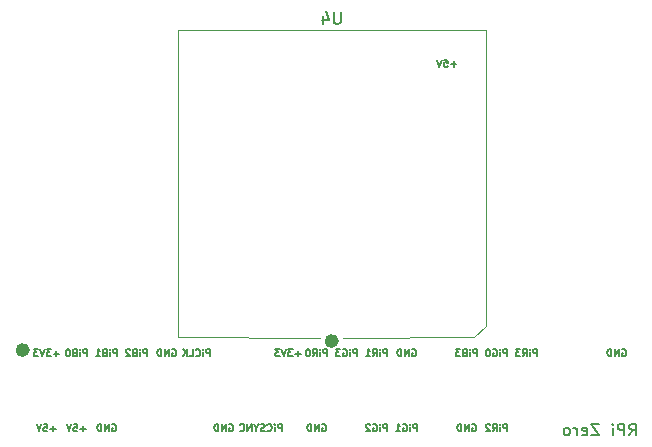
<source format=gbr>
G04 #@! TF.GenerationSoftware,KiCad,Pcbnew,(5.1.9)-1*
G04 #@! TF.CreationDate,2021-04-09T16:02:10+01:00*
G04 #@! TF.ProjectId,RGBtoHDMI Amiga Denise ECS PLCC,52474274-6f48-4444-9d49-20416d696761,1*
G04 #@! TF.SameCoordinates,Original*
G04 #@! TF.FileFunction,Legend,Bot*
G04 #@! TF.FilePolarity,Positive*
%FSLAX46Y46*%
G04 Gerber Fmt 4.6, Leading zero omitted, Abs format (unit mm)*
G04 Created by KiCad (PCBNEW (5.1.9)-1) date 2021-04-09 16:02:10*
%MOMM*%
%LPD*%
G01*
G04 APERTURE LIST*
%ADD10C,0.150000*%
%ADD11C,0.600000*%
%ADD12C,0.120000*%
G04 APERTURE END LIST*
D10*
X162855142Y-84370857D02*
X162398000Y-84370857D01*
X162626571Y-84599428D02*
X162626571Y-84142285D01*
X162169428Y-83999428D02*
X161798000Y-83999428D01*
X161998000Y-84228000D01*
X161912285Y-84228000D01*
X161855142Y-84256571D01*
X161826571Y-84285142D01*
X161798000Y-84342285D01*
X161798000Y-84485142D01*
X161826571Y-84542285D01*
X161855142Y-84570857D01*
X161912285Y-84599428D01*
X162083714Y-84599428D01*
X162140857Y-84570857D01*
X162169428Y-84542285D01*
X161626571Y-83999428D02*
X161426571Y-84599428D01*
X161226571Y-83999428D01*
X161083714Y-83999428D02*
X160712285Y-83999428D01*
X160912285Y-84228000D01*
X160826571Y-84228000D01*
X160769428Y-84256571D01*
X160740857Y-84285142D01*
X160712285Y-84342285D01*
X160712285Y-84485142D01*
X160740857Y-84542285D01*
X160769428Y-84570857D01*
X160826571Y-84599428D01*
X160998000Y-84599428D01*
X161055142Y-84570857D01*
X161083714Y-84542285D01*
X190068142Y-84028000D02*
X190125285Y-83999428D01*
X190211000Y-83999428D01*
X190296714Y-84028000D01*
X190353857Y-84085142D01*
X190382428Y-84142285D01*
X190411000Y-84256571D01*
X190411000Y-84342285D01*
X190382428Y-84456571D01*
X190353857Y-84513714D01*
X190296714Y-84570857D01*
X190211000Y-84599428D01*
X190153857Y-84599428D01*
X190068142Y-84570857D01*
X190039571Y-84542285D01*
X190039571Y-84342285D01*
X190153857Y-84342285D01*
X189782428Y-84599428D02*
X189782428Y-83999428D01*
X189439571Y-84599428D01*
X189439571Y-83999428D01*
X189153857Y-84599428D02*
X189153857Y-83999428D01*
X189011000Y-83999428D01*
X188925285Y-84028000D01*
X188868142Y-84085142D01*
X188839571Y-84142285D01*
X188811000Y-84256571D01*
X188811000Y-84342285D01*
X188839571Y-84456571D01*
X188868142Y-84513714D01*
X188925285Y-84570857D01*
X189011000Y-84599428D01*
X189153857Y-84599428D01*
X177368142Y-90378000D02*
X177425285Y-90349428D01*
X177511000Y-90349428D01*
X177596714Y-90378000D01*
X177653857Y-90435142D01*
X177682428Y-90492285D01*
X177711000Y-90606571D01*
X177711000Y-90692285D01*
X177682428Y-90806571D01*
X177653857Y-90863714D01*
X177596714Y-90920857D01*
X177511000Y-90949428D01*
X177453857Y-90949428D01*
X177368142Y-90920857D01*
X177339571Y-90892285D01*
X177339571Y-90692285D01*
X177453857Y-90692285D01*
X177082428Y-90949428D02*
X177082428Y-90349428D01*
X176739571Y-90949428D01*
X176739571Y-90349428D01*
X176453857Y-90949428D02*
X176453857Y-90349428D01*
X176311000Y-90349428D01*
X176225285Y-90378000D01*
X176168142Y-90435142D01*
X176139571Y-90492285D01*
X176111000Y-90606571D01*
X176111000Y-90692285D01*
X176139571Y-90806571D01*
X176168142Y-90863714D01*
X176225285Y-90920857D01*
X176311000Y-90949428D01*
X176453857Y-90949428D01*
X172288142Y-84028000D02*
X172345285Y-83999428D01*
X172431000Y-83999428D01*
X172516714Y-84028000D01*
X172573857Y-84085142D01*
X172602428Y-84142285D01*
X172631000Y-84256571D01*
X172631000Y-84342285D01*
X172602428Y-84456571D01*
X172573857Y-84513714D01*
X172516714Y-84570857D01*
X172431000Y-84599428D01*
X172373857Y-84599428D01*
X172288142Y-84570857D01*
X172259571Y-84542285D01*
X172259571Y-84342285D01*
X172373857Y-84342285D01*
X172002428Y-84599428D02*
X172002428Y-83999428D01*
X171659571Y-84599428D01*
X171659571Y-83999428D01*
X171373857Y-84599428D02*
X171373857Y-83999428D01*
X171231000Y-83999428D01*
X171145285Y-84028000D01*
X171088142Y-84085142D01*
X171059571Y-84142285D01*
X171031000Y-84256571D01*
X171031000Y-84342285D01*
X171059571Y-84456571D01*
X171088142Y-84513714D01*
X171145285Y-84570857D01*
X171231000Y-84599428D01*
X171373857Y-84599428D01*
X164668142Y-90378000D02*
X164725285Y-90349428D01*
X164811000Y-90349428D01*
X164896714Y-90378000D01*
X164953857Y-90435142D01*
X164982428Y-90492285D01*
X165011000Y-90606571D01*
X165011000Y-90692285D01*
X164982428Y-90806571D01*
X164953857Y-90863714D01*
X164896714Y-90920857D01*
X164811000Y-90949428D01*
X164753857Y-90949428D01*
X164668142Y-90920857D01*
X164639571Y-90892285D01*
X164639571Y-90692285D01*
X164753857Y-90692285D01*
X164382428Y-90949428D02*
X164382428Y-90349428D01*
X164039571Y-90949428D01*
X164039571Y-90349428D01*
X163753857Y-90949428D02*
X163753857Y-90349428D01*
X163611000Y-90349428D01*
X163525285Y-90378000D01*
X163468142Y-90435142D01*
X163439571Y-90492285D01*
X163411000Y-90606571D01*
X163411000Y-90692285D01*
X163439571Y-90806571D01*
X163468142Y-90863714D01*
X163525285Y-90920857D01*
X163611000Y-90949428D01*
X163753857Y-90949428D01*
X156794142Y-90378000D02*
X156851285Y-90349428D01*
X156937000Y-90349428D01*
X157022714Y-90378000D01*
X157079857Y-90435142D01*
X157108428Y-90492285D01*
X157137000Y-90606571D01*
X157137000Y-90692285D01*
X157108428Y-90806571D01*
X157079857Y-90863714D01*
X157022714Y-90920857D01*
X156937000Y-90949428D01*
X156879857Y-90949428D01*
X156794142Y-90920857D01*
X156765571Y-90892285D01*
X156765571Y-90692285D01*
X156879857Y-90692285D01*
X156508428Y-90949428D02*
X156508428Y-90349428D01*
X156165571Y-90949428D01*
X156165571Y-90349428D01*
X155879857Y-90949428D02*
X155879857Y-90349428D01*
X155737000Y-90349428D01*
X155651285Y-90378000D01*
X155594142Y-90435142D01*
X155565571Y-90492285D01*
X155537000Y-90606571D01*
X155537000Y-90692285D01*
X155565571Y-90806571D01*
X155594142Y-90863714D01*
X155651285Y-90920857D01*
X155737000Y-90949428D01*
X155879857Y-90949428D01*
X146888142Y-90378000D02*
X146945285Y-90349428D01*
X147031000Y-90349428D01*
X147116714Y-90378000D01*
X147173857Y-90435142D01*
X147202428Y-90492285D01*
X147231000Y-90606571D01*
X147231000Y-90692285D01*
X147202428Y-90806571D01*
X147173857Y-90863714D01*
X147116714Y-90920857D01*
X147031000Y-90949428D01*
X146973857Y-90949428D01*
X146888142Y-90920857D01*
X146859571Y-90892285D01*
X146859571Y-90692285D01*
X146973857Y-90692285D01*
X146602428Y-90949428D02*
X146602428Y-90349428D01*
X146259571Y-90949428D01*
X146259571Y-90349428D01*
X145973857Y-90949428D02*
X145973857Y-90349428D01*
X145831000Y-90349428D01*
X145745285Y-90378000D01*
X145688142Y-90435142D01*
X145659571Y-90492285D01*
X145631000Y-90606571D01*
X145631000Y-90692285D01*
X145659571Y-90806571D01*
X145688142Y-90863714D01*
X145745285Y-90920857D01*
X145831000Y-90949428D01*
X145973857Y-90949428D01*
X151968142Y-84028000D02*
X152025285Y-83999428D01*
X152111000Y-83999428D01*
X152196714Y-84028000D01*
X152253857Y-84085142D01*
X152282428Y-84142285D01*
X152311000Y-84256571D01*
X152311000Y-84342285D01*
X152282428Y-84456571D01*
X152253857Y-84513714D01*
X152196714Y-84570857D01*
X152111000Y-84599428D01*
X152053857Y-84599428D01*
X151968142Y-84570857D01*
X151939571Y-84542285D01*
X151939571Y-84342285D01*
X152053857Y-84342285D01*
X151682428Y-84599428D02*
X151682428Y-83999428D01*
X151339571Y-84599428D01*
X151339571Y-83999428D01*
X151053857Y-84599428D02*
X151053857Y-83999428D01*
X150911000Y-83999428D01*
X150825285Y-84028000D01*
X150768142Y-84085142D01*
X150739571Y-84142285D01*
X150711000Y-84256571D01*
X150711000Y-84342285D01*
X150739571Y-84456571D01*
X150768142Y-84513714D01*
X150825285Y-84570857D01*
X150911000Y-84599428D01*
X151053857Y-84599428D01*
X176031428Y-59859857D02*
X175574285Y-59859857D01*
X175802857Y-60088428D02*
X175802857Y-59631285D01*
X175002857Y-59488428D02*
X175288571Y-59488428D01*
X175317142Y-59774142D01*
X175288571Y-59745571D01*
X175231428Y-59717000D01*
X175088571Y-59717000D01*
X175031428Y-59745571D01*
X175002857Y-59774142D01*
X174974285Y-59831285D01*
X174974285Y-59974142D01*
X175002857Y-60031285D01*
X175031428Y-60059857D01*
X175088571Y-60088428D01*
X175231428Y-60088428D01*
X175288571Y-60059857D01*
X175317142Y-60031285D01*
X174802857Y-59488428D02*
X174602857Y-60088428D01*
X174402857Y-59488428D01*
X190690190Y-91308180D02*
X191023523Y-90831990D01*
X191261619Y-91308180D02*
X191261619Y-90308180D01*
X190880666Y-90308180D01*
X190785428Y-90355800D01*
X190737809Y-90403419D01*
X190690190Y-90498657D01*
X190690190Y-90641514D01*
X190737809Y-90736752D01*
X190785428Y-90784371D01*
X190880666Y-90831990D01*
X191261619Y-90831990D01*
X190261619Y-91308180D02*
X190261619Y-90308180D01*
X189880666Y-90308180D01*
X189785428Y-90355800D01*
X189737809Y-90403419D01*
X189690190Y-90498657D01*
X189690190Y-90641514D01*
X189737809Y-90736752D01*
X189785428Y-90784371D01*
X189880666Y-90831990D01*
X190261619Y-90831990D01*
X189261619Y-91308180D02*
X189261619Y-90641514D01*
X189261619Y-90308180D02*
X189309238Y-90355800D01*
X189261619Y-90403419D01*
X189214000Y-90355800D01*
X189261619Y-90308180D01*
X189261619Y-90403419D01*
X188118761Y-90308180D02*
X187452095Y-90308180D01*
X188118761Y-91308180D01*
X187452095Y-91308180D01*
X186690190Y-91260561D02*
X186785428Y-91308180D01*
X186975904Y-91308180D01*
X187071142Y-91260561D01*
X187118761Y-91165323D01*
X187118761Y-90784371D01*
X187071142Y-90689133D01*
X186975904Y-90641514D01*
X186785428Y-90641514D01*
X186690190Y-90689133D01*
X186642571Y-90784371D01*
X186642571Y-90879609D01*
X187118761Y-90974847D01*
X186214000Y-91308180D02*
X186214000Y-90641514D01*
X186214000Y-90831990D02*
X186166380Y-90736752D01*
X186118761Y-90689133D01*
X186023523Y-90641514D01*
X185928285Y-90641514D01*
X185452095Y-91308180D02*
X185547333Y-91260561D01*
X185594952Y-91212942D01*
X185642571Y-91117704D01*
X185642571Y-90831990D01*
X185594952Y-90736752D01*
X185547333Y-90689133D01*
X185452095Y-90641514D01*
X185309238Y-90641514D01*
X185214000Y-90689133D01*
X185166380Y-90736752D01*
X185118761Y-90831990D01*
X185118761Y-91117704D01*
X185166380Y-91212942D01*
X185214000Y-91260561D01*
X185309238Y-91308180D01*
X185452095Y-91308180D01*
X180336714Y-90949428D02*
X180336714Y-90349428D01*
X180108142Y-90349428D01*
X180051000Y-90378000D01*
X180022428Y-90406571D01*
X179993857Y-90463714D01*
X179993857Y-90549428D01*
X180022428Y-90606571D01*
X180051000Y-90635142D01*
X180108142Y-90663714D01*
X180336714Y-90663714D01*
X179736714Y-90949428D02*
X179736714Y-90549428D01*
X179736714Y-90349428D02*
X179765285Y-90378000D01*
X179736714Y-90406571D01*
X179708142Y-90378000D01*
X179736714Y-90349428D01*
X179736714Y-90406571D01*
X179108142Y-90949428D02*
X179308142Y-90663714D01*
X179451000Y-90949428D02*
X179451000Y-90349428D01*
X179222428Y-90349428D01*
X179165285Y-90378000D01*
X179136714Y-90406571D01*
X179108142Y-90463714D01*
X179108142Y-90549428D01*
X179136714Y-90606571D01*
X179165285Y-90635142D01*
X179222428Y-90663714D01*
X179451000Y-90663714D01*
X178879571Y-90406571D02*
X178851000Y-90378000D01*
X178793857Y-90349428D01*
X178651000Y-90349428D01*
X178593857Y-90378000D01*
X178565285Y-90406571D01*
X178536714Y-90463714D01*
X178536714Y-90520857D01*
X178565285Y-90606571D01*
X178908142Y-90949428D01*
X178536714Y-90949428D01*
X172716714Y-90949428D02*
X172716714Y-90349428D01*
X172488142Y-90349428D01*
X172431000Y-90378000D01*
X172402428Y-90406571D01*
X172373857Y-90463714D01*
X172373857Y-90549428D01*
X172402428Y-90606571D01*
X172431000Y-90635142D01*
X172488142Y-90663714D01*
X172716714Y-90663714D01*
X172116714Y-90949428D02*
X172116714Y-90549428D01*
X172116714Y-90349428D02*
X172145285Y-90378000D01*
X172116714Y-90406571D01*
X172088142Y-90378000D01*
X172116714Y-90349428D01*
X172116714Y-90406571D01*
X171516714Y-90378000D02*
X171573857Y-90349428D01*
X171659571Y-90349428D01*
X171745285Y-90378000D01*
X171802428Y-90435142D01*
X171831000Y-90492285D01*
X171859571Y-90606571D01*
X171859571Y-90692285D01*
X171831000Y-90806571D01*
X171802428Y-90863714D01*
X171745285Y-90920857D01*
X171659571Y-90949428D01*
X171602428Y-90949428D01*
X171516714Y-90920857D01*
X171488142Y-90892285D01*
X171488142Y-90692285D01*
X171602428Y-90692285D01*
X170916714Y-90949428D02*
X171259571Y-90949428D01*
X171088142Y-90949428D02*
X171088142Y-90349428D01*
X171145285Y-90435142D01*
X171202428Y-90492285D01*
X171259571Y-90520857D01*
X170176714Y-90949428D02*
X170176714Y-90349428D01*
X169948142Y-90349428D01*
X169891000Y-90378000D01*
X169862428Y-90406571D01*
X169833857Y-90463714D01*
X169833857Y-90549428D01*
X169862428Y-90606571D01*
X169891000Y-90635142D01*
X169948142Y-90663714D01*
X170176714Y-90663714D01*
X169576714Y-90949428D02*
X169576714Y-90549428D01*
X169576714Y-90349428D02*
X169605285Y-90378000D01*
X169576714Y-90406571D01*
X169548142Y-90378000D01*
X169576714Y-90349428D01*
X169576714Y-90406571D01*
X168976714Y-90378000D02*
X169033857Y-90349428D01*
X169119571Y-90349428D01*
X169205285Y-90378000D01*
X169262428Y-90435142D01*
X169291000Y-90492285D01*
X169319571Y-90606571D01*
X169319571Y-90692285D01*
X169291000Y-90806571D01*
X169262428Y-90863714D01*
X169205285Y-90920857D01*
X169119571Y-90949428D01*
X169062428Y-90949428D01*
X168976714Y-90920857D01*
X168948142Y-90892285D01*
X168948142Y-90692285D01*
X169062428Y-90692285D01*
X168719571Y-90406571D02*
X168691000Y-90378000D01*
X168633857Y-90349428D01*
X168491000Y-90349428D01*
X168433857Y-90378000D01*
X168405285Y-90406571D01*
X168376714Y-90463714D01*
X168376714Y-90520857D01*
X168405285Y-90606571D01*
X168748142Y-90949428D01*
X168376714Y-90949428D01*
X161269142Y-90949428D02*
X161269142Y-90349428D01*
X161040571Y-90349428D01*
X160983428Y-90378000D01*
X160954857Y-90406571D01*
X160926285Y-90463714D01*
X160926285Y-90549428D01*
X160954857Y-90606571D01*
X160983428Y-90635142D01*
X161040571Y-90663714D01*
X161269142Y-90663714D01*
X160669142Y-90949428D02*
X160669142Y-90549428D01*
X160669142Y-90349428D02*
X160697714Y-90378000D01*
X160669142Y-90406571D01*
X160640571Y-90378000D01*
X160669142Y-90349428D01*
X160669142Y-90406571D01*
X160040571Y-90892285D02*
X160069142Y-90920857D01*
X160154857Y-90949428D01*
X160212000Y-90949428D01*
X160297714Y-90920857D01*
X160354857Y-90863714D01*
X160383428Y-90806571D01*
X160412000Y-90692285D01*
X160412000Y-90606571D01*
X160383428Y-90492285D01*
X160354857Y-90435142D01*
X160297714Y-90378000D01*
X160212000Y-90349428D01*
X160154857Y-90349428D01*
X160069142Y-90378000D01*
X160040571Y-90406571D01*
X159812000Y-90920857D02*
X159726285Y-90949428D01*
X159583428Y-90949428D01*
X159526285Y-90920857D01*
X159497714Y-90892285D01*
X159469142Y-90835142D01*
X159469142Y-90778000D01*
X159497714Y-90720857D01*
X159526285Y-90692285D01*
X159583428Y-90663714D01*
X159697714Y-90635142D01*
X159754857Y-90606571D01*
X159783428Y-90578000D01*
X159812000Y-90520857D01*
X159812000Y-90463714D01*
X159783428Y-90406571D01*
X159754857Y-90378000D01*
X159697714Y-90349428D01*
X159554857Y-90349428D01*
X159469142Y-90378000D01*
X159097714Y-90663714D02*
X159097714Y-90949428D01*
X159297714Y-90349428D02*
X159097714Y-90663714D01*
X158897714Y-90349428D01*
X158697714Y-90949428D02*
X158697714Y-90349428D01*
X158354857Y-90949428D01*
X158354857Y-90349428D01*
X157726285Y-90892285D02*
X157754857Y-90920857D01*
X157840571Y-90949428D01*
X157897714Y-90949428D01*
X157983428Y-90920857D01*
X158040571Y-90863714D01*
X158069142Y-90806571D01*
X158097714Y-90692285D01*
X158097714Y-90606571D01*
X158069142Y-90492285D01*
X158040571Y-90435142D01*
X157983428Y-90378000D01*
X157897714Y-90349428D01*
X157840571Y-90349428D01*
X157754857Y-90378000D01*
X157726285Y-90406571D01*
X182876714Y-84599428D02*
X182876714Y-83999428D01*
X182648142Y-83999428D01*
X182591000Y-84028000D01*
X182562428Y-84056571D01*
X182533857Y-84113714D01*
X182533857Y-84199428D01*
X182562428Y-84256571D01*
X182591000Y-84285142D01*
X182648142Y-84313714D01*
X182876714Y-84313714D01*
X182276714Y-84599428D02*
X182276714Y-84199428D01*
X182276714Y-83999428D02*
X182305285Y-84028000D01*
X182276714Y-84056571D01*
X182248142Y-84028000D01*
X182276714Y-83999428D01*
X182276714Y-84056571D01*
X181648142Y-84599428D02*
X181848142Y-84313714D01*
X181991000Y-84599428D02*
X181991000Y-83999428D01*
X181762428Y-83999428D01*
X181705285Y-84028000D01*
X181676714Y-84056571D01*
X181648142Y-84113714D01*
X181648142Y-84199428D01*
X181676714Y-84256571D01*
X181705285Y-84285142D01*
X181762428Y-84313714D01*
X181991000Y-84313714D01*
X181448142Y-83999428D02*
X181076714Y-83999428D01*
X181276714Y-84228000D01*
X181191000Y-84228000D01*
X181133857Y-84256571D01*
X181105285Y-84285142D01*
X181076714Y-84342285D01*
X181076714Y-84485142D01*
X181105285Y-84542285D01*
X181133857Y-84570857D01*
X181191000Y-84599428D01*
X181362428Y-84599428D01*
X181419571Y-84570857D01*
X181448142Y-84542285D01*
X180336714Y-84599428D02*
X180336714Y-83999428D01*
X180108142Y-83999428D01*
X180051000Y-84028000D01*
X180022428Y-84056571D01*
X179993857Y-84113714D01*
X179993857Y-84199428D01*
X180022428Y-84256571D01*
X180051000Y-84285142D01*
X180108142Y-84313714D01*
X180336714Y-84313714D01*
X179736714Y-84599428D02*
X179736714Y-84199428D01*
X179736714Y-83999428D02*
X179765285Y-84028000D01*
X179736714Y-84056571D01*
X179708142Y-84028000D01*
X179736714Y-83999428D01*
X179736714Y-84056571D01*
X179136714Y-84028000D02*
X179193857Y-83999428D01*
X179279571Y-83999428D01*
X179365285Y-84028000D01*
X179422428Y-84085142D01*
X179451000Y-84142285D01*
X179479571Y-84256571D01*
X179479571Y-84342285D01*
X179451000Y-84456571D01*
X179422428Y-84513714D01*
X179365285Y-84570857D01*
X179279571Y-84599428D01*
X179222428Y-84599428D01*
X179136714Y-84570857D01*
X179108142Y-84542285D01*
X179108142Y-84342285D01*
X179222428Y-84342285D01*
X178736714Y-83999428D02*
X178679571Y-83999428D01*
X178622428Y-84028000D01*
X178593857Y-84056571D01*
X178565285Y-84113714D01*
X178536714Y-84228000D01*
X178536714Y-84370857D01*
X178565285Y-84485142D01*
X178593857Y-84542285D01*
X178622428Y-84570857D01*
X178679571Y-84599428D01*
X178736714Y-84599428D01*
X178793857Y-84570857D01*
X178822428Y-84542285D01*
X178851000Y-84485142D01*
X178879571Y-84370857D01*
X178879571Y-84228000D01*
X178851000Y-84113714D01*
X178822428Y-84056571D01*
X178793857Y-84028000D01*
X178736714Y-83999428D01*
X177796714Y-84599428D02*
X177796714Y-83999428D01*
X177568142Y-83999428D01*
X177511000Y-84028000D01*
X177482428Y-84056571D01*
X177453857Y-84113714D01*
X177453857Y-84199428D01*
X177482428Y-84256571D01*
X177511000Y-84285142D01*
X177568142Y-84313714D01*
X177796714Y-84313714D01*
X177196714Y-84599428D02*
X177196714Y-84199428D01*
X177196714Y-83999428D02*
X177225285Y-84028000D01*
X177196714Y-84056571D01*
X177168142Y-84028000D01*
X177196714Y-83999428D01*
X177196714Y-84056571D01*
X176711000Y-84285142D02*
X176625285Y-84313714D01*
X176596714Y-84342285D01*
X176568142Y-84399428D01*
X176568142Y-84485142D01*
X176596714Y-84542285D01*
X176625285Y-84570857D01*
X176682428Y-84599428D01*
X176911000Y-84599428D01*
X176911000Y-83999428D01*
X176711000Y-83999428D01*
X176653857Y-84028000D01*
X176625285Y-84056571D01*
X176596714Y-84113714D01*
X176596714Y-84170857D01*
X176625285Y-84228000D01*
X176653857Y-84256571D01*
X176711000Y-84285142D01*
X176911000Y-84285142D01*
X176368142Y-83999428D02*
X175996714Y-83999428D01*
X176196714Y-84228000D01*
X176111000Y-84228000D01*
X176053857Y-84256571D01*
X176025285Y-84285142D01*
X175996714Y-84342285D01*
X175996714Y-84485142D01*
X176025285Y-84542285D01*
X176053857Y-84570857D01*
X176111000Y-84599428D01*
X176282428Y-84599428D01*
X176339571Y-84570857D01*
X176368142Y-84542285D01*
X170176714Y-84599428D02*
X170176714Y-83999428D01*
X169948142Y-83999428D01*
X169891000Y-84028000D01*
X169862428Y-84056571D01*
X169833857Y-84113714D01*
X169833857Y-84199428D01*
X169862428Y-84256571D01*
X169891000Y-84285142D01*
X169948142Y-84313714D01*
X170176714Y-84313714D01*
X169576714Y-84599428D02*
X169576714Y-84199428D01*
X169576714Y-83999428D02*
X169605285Y-84028000D01*
X169576714Y-84056571D01*
X169548142Y-84028000D01*
X169576714Y-83999428D01*
X169576714Y-84056571D01*
X168948142Y-84599428D02*
X169148142Y-84313714D01*
X169291000Y-84599428D02*
X169291000Y-83999428D01*
X169062428Y-83999428D01*
X169005285Y-84028000D01*
X168976714Y-84056571D01*
X168948142Y-84113714D01*
X168948142Y-84199428D01*
X168976714Y-84256571D01*
X169005285Y-84285142D01*
X169062428Y-84313714D01*
X169291000Y-84313714D01*
X168376714Y-84599428D02*
X168719571Y-84599428D01*
X168548142Y-84599428D02*
X168548142Y-83999428D01*
X168605285Y-84085142D01*
X168662428Y-84142285D01*
X168719571Y-84170857D01*
X167636714Y-84599428D02*
X167636714Y-83999428D01*
X167408142Y-83999428D01*
X167351000Y-84028000D01*
X167322428Y-84056571D01*
X167293857Y-84113714D01*
X167293857Y-84199428D01*
X167322428Y-84256571D01*
X167351000Y-84285142D01*
X167408142Y-84313714D01*
X167636714Y-84313714D01*
X167036714Y-84599428D02*
X167036714Y-84199428D01*
X167036714Y-83999428D02*
X167065285Y-84028000D01*
X167036714Y-84056571D01*
X167008142Y-84028000D01*
X167036714Y-83999428D01*
X167036714Y-84056571D01*
X166436714Y-84028000D02*
X166493857Y-83999428D01*
X166579571Y-83999428D01*
X166665285Y-84028000D01*
X166722428Y-84085142D01*
X166751000Y-84142285D01*
X166779571Y-84256571D01*
X166779571Y-84342285D01*
X166751000Y-84456571D01*
X166722428Y-84513714D01*
X166665285Y-84570857D01*
X166579571Y-84599428D01*
X166522428Y-84599428D01*
X166436714Y-84570857D01*
X166408142Y-84542285D01*
X166408142Y-84342285D01*
X166522428Y-84342285D01*
X166208142Y-83999428D02*
X165836714Y-83999428D01*
X166036714Y-84228000D01*
X165951000Y-84228000D01*
X165893857Y-84256571D01*
X165865285Y-84285142D01*
X165836714Y-84342285D01*
X165836714Y-84485142D01*
X165865285Y-84542285D01*
X165893857Y-84570857D01*
X165951000Y-84599428D01*
X166122428Y-84599428D01*
X166179571Y-84570857D01*
X166208142Y-84542285D01*
X165096714Y-84599428D02*
X165096714Y-83999428D01*
X164868142Y-83999428D01*
X164811000Y-84028000D01*
X164782428Y-84056571D01*
X164753857Y-84113714D01*
X164753857Y-84199428D01*
X164782428Y-84256571D01*
X164811000Y-84285142D01*
X164868142Y-84313714D01*
X165096714Y-84313714D01*
X164496714Y-84599428D02*
X164496714Y-84199428D01*
X164496714Y-83999428D02*
X164525285Y-84028000D01*
X164496714Y-84056571D01*
X164468142Y-84028000D01*
X164496714Y-83999428D01*
X164496714Y-84056571D01*
X163868142Y-84599428D02*
X164068142Y-84313714D01*
X164211000Y-84599428D02*
X164211000Y-83999428D01*
X163982428Y-83999428D01*
X163925285Y-84028000D01*
X163896714Y-84056571D01*
X163868142Y-84113714D01*
X163868142Y-84199428D01*
X163896714Y-84256571D01*
X163925285Y-84285142D01*
X163982428Y-84313714D01*
X164211000Y-84313714D01*
X163496714Y-83999428D02*
X163439571Y-83999428D01*
X163382428Y-84028000D01*
X163353857Y-84056571D01*
X163325285Y-84113714D01*
X163296714Y-84228000D01*
X163296714Y-84370857D01*
X163325285Y-84485142D01*
X163353857Y-84542285D01*
X163382428Y-84570857D01*
X163439571Y-84599428D01*
X163496714Y-84599428D01*
X163553857Y-84570857D01*
X163582428Y-84542285D01*
X163611000Y-84485142D01*
X163639571Y-84370857D01*
X163639571Y-84228000D01*
X163611000Y-84113714D01*
X163582428Y-84056571D01*
X163553857Y-84028000D01*
X163496714Y-83999428D01*
X155193857Y-84599428D02*
X155193857Y-83999428D01*
X154965285Y-83999428D01*
X154908142Y-84028000D01*
X154879571Y-84056571D01*
X154851000Y-84113714D01*
X154851000Y-84199428D01*
X154879571Y-84256571D01*
X154908142Y-84285142D01*
X154965285Y-84313714D01*
X155193857Y-84313714D01*
X154593857Y-84599428D02*
X154593857Y-84199428D01*
X154593857Y-83999428D02*
X154622428Y-84028000D01*
X154593857Y-84056571D01*
X154565285Y-84028000D01*
X154593857Y-83999428D01*
X154593857Y-84056571D01*
X153965285Y-84542285D02*
X153993857Y-84570857D01*
X154079571Y-84599428D01*
X154136714Y-84599428D01*
X154222428Y-84570857D01*
X154279571Y-84513714D01*
X154308142Y-84456571D01*
X154336714Y-84342285D01*
X154336714Y-84256571D01*
X154308142Y-84142285D01*
X154279571Y-84085142D01*
X154222428Y-84028000D01*
X154136714Y-83999428D01*
X154079571Y-83999428D01*
X153993857Y-84028000D01*
X153965285Y-84056571D01*
X153422428Y-84599428D02*
X153708142Y-84599428D01*
X153708142Y-83999428D01*
X153222428Y-84599428D02*
X153222428Y-83999428D01*
X152879571Y-84599428D02*
X153136714Y-84256571D01*
X152879571Y-83999428D02*
X153222428Y-84342285D01*
X149856714Y-84599428D02*
X149856714Y-83999428D01*
X149628142Y-83999428D01*
X149571000Y-84028000D01*
X149542428Y-84056571D01*
X149513857Y-84113714D01*
X149513857Y-84199428D01*
X149542428Y-84256571D01*
X149571000Y-84285142D01*
X149628142Y-84313714D01*
X149856714Y-84313714D01*
X149256714Y-84599428D02*
X149256714Y-84199428D01*
X149256714Y-83999428D02*
X149285285Y-84028000D01*
X149256714Y-84056571D01*
X149228142Y-84028000D01*
X149256714Y-83999428D01*
X149256714Y-84056571D01*
X148771000Y-84285142D02*
X148685285Y-84313714D01*
X148656714Y-84342285D01*
X148628142Y-84399428D01*
X148628142Y-84485142D01*
X148656714Y-84542285D01*
X148685285Y-84570857D01*
X148742428Y-84599428D01*
X148971000Y-84599428D01*
X148971000Y-83999428D01*
X148771000Y-83999428D01*
X148713857Y-84028000D01*
X148685285Y-84056571D01*
X148656714Y-84113714D01*
X148656714Y-84170857D01*
X148685285Y-84228000D01*
X148713857Y-84256571D01*
X148771000Y-84285142D01*
X148971000Y-84285142D01*
X148399571Y-84056571D02*
X148371000Y-84028000D01*
X148313857Y-83999428D01*
X148171000Y-83999428D01*
X148113857Y-84028000D01*
X148085285Y-84056571D01*
X148056714Y-84113714D01*
X148056714Y-84170857D01*
X148085285Y-84256571D01*
X148428142Y-84599428D01*
X148056714Y-84599428D01*
X147316714Y-84599428D02*
X147316714Y-83999428D01*
X147088142Y-83999428D01*
X147031000Y-84028000D01*
X147002428Y-84056571D01*
X146973857Y-84113714D01*
X146973857Y-84199428D01*
X147002428Y-84256571D01*
X147031000Y-84285142D01*
X147088142Y-84313714D01*
X147316714Y-84313714D01*
X146716714Y-84599428D02*
X146716714Y-84199428D01*
X146716714Y-83999428D02*
X146745285Y-84028000D01*
X146716714Y-84056571D01*
X146688142Y-84028000D01*
X146716714Y-83999428D01*
X146716714Y-84056571D01*
X146231000Y-84285142D02*
X146145285Y-84313714D01*
X146116714Y-84342285D01*
X146088142Y-84399428D01*
X146088142Y-84485142D01*
X146116714Y-84542285D01*
X146145285Y-84570857D01*
X146202428Y-84599428D01*
X146431000Y-84599428D01*
X146431000Y-83999428D01*
X146231000Y-83999428D01*
X146173857Y-84028000D01*
X146145285Y-84056571D01*
X146116714Y-84113714D01*
X146116714Y-84170857D01*
X146145285Y-84228000D01*
X146173857Y-84256571D01*
X146231000Y-84285142D01*
X146431000Y-84285142D01*
X145516714Y-84599428D02*
X145859571Y-84599428D01*
X145688142Y-84599428D02*
X145688142Y-83999428D01*
X145745285Y-84085142D01*
X145802428Y-84142285D01*
X145859571Y-84170857D01*
X144776714Y-84599428D02*
X144776714Y-83999428D01*
X144548142Y-83999428D01*
X144491000Y-84028000D01*
X144462428Y-84056571D01*
X144433857Y-84113714D01*
X144433857Y-84199428D01*
X144462428Y-84256571D01*
X144491000Y-84285142D01*
X144548142Y-84313714D01*
X144776714Y-84313714D01*
X144176714Y-84599428D02*
X144176714Y-84199428D01*
X144176714Y-83999428D02*
X144205285Y-84028000D01*
X144176714Y-84056571D01*
X144148142Y-84028000D01*
X144176714Y-83999428D01*
X144176714Y-84056571D01*
X143691000Y-84285142D02*
X143605285Y-84313714D01*
X143576714Y-84342285D01*
X143548142Y-84399428D01*
X143548142Y-84485142D01*
X143576714Y-84542285D01*
X143605285Y-84570857D01*
X143662428Y-84599428D01*
X143891000Y-84599428D01*
X143891000Y-83999428D01*
X143691000Y-83999428D01*
X143633857Y-84028000D01*
X143605285Y-84056571D01*
X143576714Y-84113714D01*
X143576714Y-84170857D01*
X143605285Y-84228000D01*
X143633857Y-84256571D01*
X143691000Y-84285142D01*
X143891000Y-84285142D01*
X143176714Y-83999428D02*
X143119571Y-83999428D01*
X143062428Y-84028000D01*
X143033857Y-84056571D01*
X143005285Y-84113714D01*
X142976714Y-84228000D01*
X142976714Y-84370857D01*
X143005285Y-84485142D01*
X143033857Y-84542285D01*
X143062428Y-84570857D01*
X143119571Y-84599428D01*
X143176714Y-84599428D01*
X143233857Y-84570857D01*
X143262428Y-84542285D01*
X143291000Y-84485142D01*
X143319571Y-84370857D01*
X143319571Y-84228000D01*
X143291000Y-84113714D01*
X143262428Y-84056571D01*
X143233857Y-84028000D01*
X143176714Y-83999428D01*
D11*
X139619000Y-84074000D02*
G75*
G03*
X139619000Y-84074000I-300000J0D01*
G01*
D10*
X142408142Y-84370857D02*
X141951000Y-84370857D01*
X142179571Y-84599428D02*
X142179571Y-84142285D01*
X141722428Y-83999428D02*
X141351000Y-83999428D01*
X141551000Y-84228000D01*
X141465285Y-84228000D01*
X141408142Y-84256571D01*
X141379571Y-84285142D01*
X141351000Y-84342285D01*
X141351000Y-84485142D01*
X141379571Y-84542285D01*
X141408142Y-84570857D01*
X141465285Y-84599428D01*
X141636714Y-84599428D01*
X141693857Y-84570857D01*
X141722428Y-84542285D01*
X141179571Y-83999428D02*
X140979571Y-84599428D01*
X140779571Y-83999428D01*
X140636714Y-83999428D02*
X140265285Y-83999428D01*
X140465285Y-84228000D01*
X140379571Y-84228000D01*
X140322428Y-84256571D01*
X140293857Y-84285142D01*
X140265285Y-84342285D01*
X140265285Y-84485142D01*
X140293857Y-84542285D01*
X140322428Y-84570857D01*
X140379571Y-84599428D01*
X140551000Y-84599428D01*
X140608142Y-84570857D01*
X140636714Y-84542285D01*
X144662428Y-90720857D02*
X144205285Y-90720857D01*
X144433857Y-90949428D02*
X144433857Y-90492285D01*
X143633857Y-90349428D02*
X143919571Y-90349428D01*
X143948142Y-90635142D01*
X143919571Y-90606571D01*
X143862428Y-90578000D01*
X143719571Y-90578000D01*
X143662428Y-90606571D01*
X143633857Y-90635142D01*
X143605285Y-90692285D01*
X143605285Y-90835142D01*
X143633857Y-90892285D01*
X143662428Y-90920857D01*
X143719571Y-90949428D01*
X143862428Y-90949428D01*
X143919571Y-90920857D01*
X143948142Y-90892285D01*
X143433857Y-90349428D02*
X143233857Y-90949428D01*
X143033857Y-90349428D01*
X142122428Y-90720857D02*
X141665285Y-90720857D01*
X141893857Y-90949428D02*
X141893857Y-90492285D01*
X141093857Y-90349428D02*
X141379571Y-90349428D01*
X141408142Y-90635142D01*
X141379571Y-90606571D01*
X141322428Y-90578000D01*
X141179571Y-90578000D01*
X141122428Y-90606571D01*
X141093857Y-90635142D01*
X141065285Y-90692285D01*
X141065285Y-90835142D01*
X141093857Y-90892285D01*
X141122428Y-90920857D01*
X141179571Y-90949428D01*
X141322428Y-90949428D01*
X141379571Y-90920857D01*
X141408142Y-90892285D01*
X140893857Y-90349428D02*
X140693857Y-90949428D01*
X140493857Y-90349428D01*
D11*
X165781000Y-83312000D02*
G75*
G03*
X165781000Y-83312000I-300000J0D01*
G01*
D12*
X164481000Y-83017000D02*
X152441000Y-83007200D01*
X177520600Y-83007200D02*
X178520600Y-82007200D01*
X152441000Y-83007200D02*
X152441000Y-56937000D01*
X152441000Y-56937000D02*
X178521000Y-56937000D01*
X178521000Y-56937000D02*
X178520600Y-82007200D01*
X177520600Y-83007200D02*
X166481000Y-83017000D01*
D10*
X166242904Y-55459380D02*
X166242904Y-56268904D01*
X166195285Y-56364142D01*
X166147666Y-56411761D01*
X166052428Y-56459380D01*
X165861952Y-56459380D01*
X165766714Y-56411761D01*
X165719095Y-56364142D01*
X165671476Y-56268904D01*
X165671476Y-55459380D01*
X164766714Y-55792714D02*
X164766714Y-56459380D01*
X165004809Y-55411761D02*
X165242904Y-56126047D01*
X164623857Y-56126047D01*
M02*

</source>
